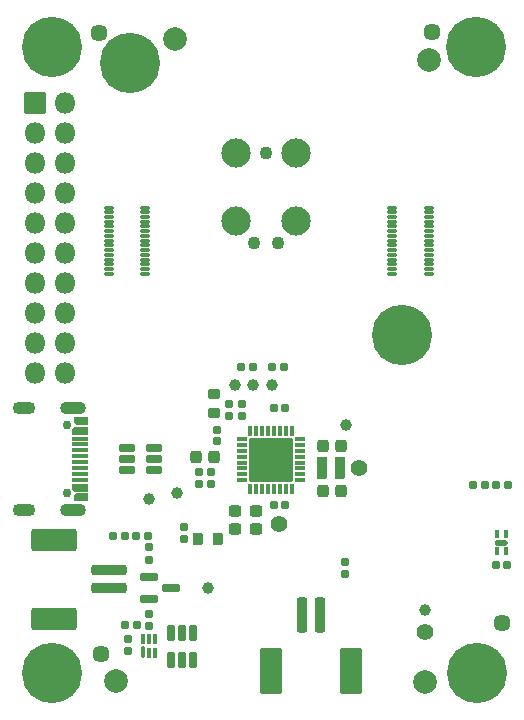
<source format=gbr>
%TF.GenerationSoftware,KiCad,Pcbnew,8.0.9-8.0.9-0~ubuntu24.04.1*%
%TF.CreationDate,2025-04-21T09:58:39+02:00*%
%TF.ProjectId,Sensor_Node_Base_V1.0,53656e73-6f72-45f4-9e6f-64655f426173,rev?*%
%TF.SameCoordinates,Original*%
%TF.FileFunction,Soldermask,Top*%
%TF.FilePolarity,Negative*%
%FSLAX46Y46*%
G04 Gerber Fmt 4.6, Leading zero omitted, Abs format (unit mm)*
G04 Created by KiCad (PCBNEW 8.0.9-8.0.9-0~ubuntu24.04.1) date 2025-04-21 09:58:39*
%MOMM*%
%LPD*%
G01*
G04 APERTURE LIST*
G04 Aperture macros list*
%AMRoundRect*
0 Rectangle with rounded corners*
0 $1 Rounding radius*
0 $2 $3 $4 $5 $6 $7 $8 $9 X,Y pos of 4 corners*
0 Add a 4 corners polygon primitive as box body*
4,1,4,$2,$3,$4,$5,$6,$7,$8,$9,$2,$3,0*
0 Add four circle primitives for the rounded corners*
1,1,$1+$1,$2,$3*
1,1,$1+$1,$4,$5*
1,1,$1+$1,$6,$7*
1,1,$1+$1,$8,$9*
0 Add four rect primitives between the rounded corners*
20,1,$1+$1,$2,$3,$4,$5,0*
20,1,$1+$1,$4,$5,$6,$7,0*
20,1,$1+$1,$6,$7,$8,$9,0*
20,1,$1+$1,$8,$9,$2,$3,0*%
%AMFreePoly0*
4,1,14,0.335355,0.610355,0.350000,0.575000,0.350000,-0.365000,0.335355,-0.400355,0.125355,-0.610355,0.090000,-0.625000,-0.300000,-0.625000,-0.335355,-0.610355,-0.350000,-0.575000,-0.350000,0.575000,-0.335355,0.610355,-0.300000,0.625000,0.300000,0.625000,0.335355,0.610355,0.335355,0.610355,$1*%
%AMFreePoly1*
4,1,14,0.335355,0.655355,0.350000,0.620000,0.350000,-0.620000,0.335355,-0.655355,0.300000,-0.670000,-0.090000,-0.670000,-0.125355,-0.655355,-0.335355,-0.445355,-0.350000,-0.410000,-0.350000,0.620000,-0.335355,0.655355,-0.300000,0.670000,0.300000,0.670000,0.335355,0.655355,0.335355,0.655355,$1*%
%AMFreePoly2*
4,1,14,0.335355,0.655355,0.350000,0.620000,0.350000,-0.410000,0.335355,-0.445355,0.125355,-0.655355,0.090000,-0.670000,-0.300000,-0.670000,-0.335355,-0.655355,-0.350000,-0.620000,-0.350000,0.620000,-0.335355,0.655355,-0.300000,0.670000,0.300000,0.670000,0.335355,0.655355,0.335355,0.655355,$1*%
%AMFreePoly3*
4,1,14,0.335355,0.610355,0.350000,0.575000,0.350000,-0.575000,0.335355,-0.610355,0.300000,-0.625000,-0.090000,-0.625000,-0.125355,-0.610355,-0.335355,-0.400355,-0.350000,-0.365000,-0.350000,0.575000,-0.335355,0.610355,-0.300000,0.625000,0.300000,0.625000,0.335355,0.610355,0.335355,0.610355,$1*%
G04 Aperture macros list end*
%ADD10RoundRect,0.087500X0.362500X0.087500X-0.362500X0.087500X-0.362500X-0.087500X0.362500X-0.087500X0*%
%ADD11RoundRect,0.087500X0.087500X0.362500X-0.087500X0.362500X-0.087500X-0.362500X0.087500X-0.362500X0*%
%ADD12RoundRect,0.050000X1.800000X1.800000X-1.800000X1.800000X-1.800000X-1.800000X1.800000X-1.800000X0*%
%ADD13RoundRect,0.050000X-0.850000X-0.850000X0.850000X-0.850000X0.850000X0.850000X-0.850000X0.850000X0*%
%ADD14O,1.800000X1.800000*%
%ADD15RoundRect,0.225000X-0.225000X-1.275000X0.225000X-1.275000X0.225000X1.275000X-0.225000X1.275000X0*%
%ADD16RoundRect,0.263889X-0.686111X-1.686111X0.686111X-1.686111X0.686111X1.686111X-0.686111X1.686111X0*%
%ADD17RoundRect,0.160000X0.160000X0.210000X-0.160000X0.210000X-0.160000X-0.210000X0.160000X-0.210000X0*%
%ADD18C,1.000000*%
%ADD19RoundRect,0.160000X-0.210000X0.160000X-0.210000X-0.160000X0.210000X-0.160000X0.210000X0.160000X0*%
%ADD20RoundRect,0.250000X0.250000X0.275000X-0.250000X0.275000X-0.250000X-0.275000X0.250000X-0.275000X0*%
%ADD21RoundRect,0.175000X0.537500X0.175000X-0.537500X0.175000X-0.537500X-0.175000X0.537500X-0.175000X0*%
%ADD22RoundRect,0.160000X-0.160000X-0.210000X0.160000X-0.210000X0.160000X0.210000X-0.160000X0.210000X0*%
%ADD23RoundRect,0.165000X0.195000X-0.165000X0.195000X0.165000X-0.195000X0.165000X-0.195000X-0.165000X0*%
%ADD24RoundRect,0.160000X0.210000X-0.160000X0.210000X0.160000X-0.210000X0.160000X-0.210000X-0.160000X0*%
%ADD25RoundRect,0.250000X-0.250000X-0.275000X0.250000X-0.275000X0.250000X0.275000X-0.250000X0.275000X0*%
%ADD26RoundRect,0.165000X-0.165000X-0.195000X0.165000X-0.195000X0.165000X0.195000X-0.165000X0.195000X0*%
%ADD27C,2.000000*%
%ADD28RoundRect,0.225000X-1.275000X0.225000X-1.275000X-0.225000X1.275000X-0.225000X1.275000X0.225000X0*%
%ADD29RoundRect,0.263889X-1.686111X0.686111X-1.686111X-0.686111X1.686111X-0.686111X1.686111X0.686111X0*%
%ADD30RoundRect,0.243750X-0.281250X0.243750X-0.281250X-0.243750X0.281250X-0.243750X0.281250X0.243750X0*%
%ADD31RoundRect,0.165000X0.165000X0.195000X-0.165000X0.195000X-0.165000X-0.195000X0.165000X-0.195000X0*%
%ADD32C,0.900000*%
%ADD33C,5.100000*%
%ADD34C,1.448000*%
%ADD35RoundRect,0.225000X-0.225000X0.725000X-0.225000X-0.725000X0.225000X-0.725000X0.225000X0.725000X0*%
%ADD36C,0.750000*%
%ADD37FreePoly0,270.000000*%
%ADD38FreePoly1,270.000000*%
%ADD39RoundRect,0.050000X-0.620000X0.150000X-0.620000X-0.150000X0.620000X-0.150000X0.620000X0.150000X0*%
%ADD40FreePoly2,270.000000*%
%ADD41FreePoly3,270.000000*%
%ADD42O,2.200000X1.100000*%
%ADD43O,1.900000X1.100000*%
%ADD44C,1.400000*%
%ADD45RoundRect,0.225000X0.225000X0.300000X-0.225000X0.300000X-0.225000X-0.300000X0.225000X-0.300000X0*%
%ADD46RoundRect,0.095000X-0.095000X-0.380000X0.095000X-0.380000X0.095000X0.380000X-0.095000X0.380000X0*%
%ADD47RoundRect,0.095000X-0.095000X-0.330000X0.095000X-0.330000X0.095000X0.330000X-0.095000X0.330000X0*%
%ADD48RoundRect,0.175000X-0.612500X-0.175000X0.612500X-0.175000X0.612500X0.175000X-0.612500X0.175000X0*%
%ADD49RoundRect,0.050000X-0.150000X0.250000X-0.150000X-0.250000X0.150000X-0.250000X0.150000X0.250000X0*%
%ADD50C,0.500000*%
%ADD51RoundRect,0.125000X0.425000X0.125000X-0.425000X0.125000X-0.425000X-0.125000X0.425000X-0.125000X0*%
%ADD52C,2.474900*%
%ADD53C,1.090600*%
%ADD54RoundRect,0.050000X-0.350000X-0.100000X0.350000X-0.100000X0.350000X0.100000X-0.350000X0.100000X0*%
%ADD55RoundRect,0.225000X0.300000X-0.225000X0.300000X0.225000X-0.300000X0.225000X-0.300000X-0.225000X0*%
%ADD56RoundRect,0.175000X-0.175000X0.537500X-0.175000X-0.537500X0.175000X-0.537500X0.175000X0.537500X0*%
G04 APERTURE END LIST*
D10*
%TO.C,IC302*%
X146130000Y-118560000D03*
X146130000Y-118060000D03*
X146130000Y-117560000D03*
X146130000Y-117060000D03*
X146130000Y-116560000D03*
X146130000Y-116060000D03*
X146130000Y-115560000D03*
X146130000Y-115060000D03*
D11*
X145430000Y-114360000D03*
X144930000Y-114360000D03*
X144430000Y-114360000D03*
X143930000Y-114360000D03*
X143430000Y-114360000D03*
X142930000Y-114360000D03*
X142430000Y-114360000D03*
X141930000Y-114360000D03*
D10*
X141230000Y-115060000D03*
X141230000Y-115560000D03*
X141230000Y-116060000D03*
X141230000Y-116560000D03*
X141230000Y-117060000D03*
X141230000Y-117560000D03*
X141230000Y-118060000D03*
X141230000Y-118560000D03*
D11*
X141930000Y-119260000D03*
X142430000Y-119260000D03*
X142930000Y-119260000D03*
X143430000Y-119260000D03*
X143930000Y-119260000D03*
X144430000Y-119260000D03*
X144930000Y-119260000D03*
X145430000Y-119260000D03*
D12*
X143680000Y-116810000D03*
%TD*%
D13*
%TO.C,J201*%
X123700000Y-86610000D03*
D14*
X126240000Y-86610000D03*
X123700000Y-89150000D03*
X126240000Y-89150000D03*
X123700000Y-91690000D03*
X126240000Y-91690000D03*
X123700000Y-94230000D03*
X126240000Y-94230000D03*
X123700000Y-96770000D03*
X126240000Y-96770000D03*
X123700000Y-99310000D03*
X126240000Y-99310000D03*
X123700000Y-101850000D03*
X126240000Y-101850000D03*
X123700000Y-104390000D03*
X126240000Y-104390000D03*
X123700000Y-106930000D03*
X126240000Y-106930000D03*
X123700000Y-109470000D03*
X126240000Y-109470000D03*
%TD*%
D15*
%TO.C,CON102*%
X146330000Y-129980000D03*
X147830000Y-129980000D03*
D16*
X143730000Y-134680000D03*
X150430000Y-134680000D03*
%TD*%
D17*
%TO.C,R207*%
X163720000Y-119000000D03*
X162700000Y-119000000D03*
%TD*%
D18*
%TO.C,TP302*%
X133340000Y-120120000D03*
%TD*%
D19*
%TO.C,R301*%
X133330000Y-124250000D03*
X133330000Y-125270000D03*
%TD*%
D20*
%TO.C,C306*%
X138880000Y-116560000D03*
X137330000Y-116560000D03*
%TD*%
D19*
%TO.C,R302*%
X131590000Y-132020000D03*
X131590000Y-133040000D03*
%TD*%
D17*
%TO.C,R210*%
X133310000Y-123260000D03*
X132290000Y-123260000D03*
%TD*%
D21*
%TO.C,D101*%
X133787500Y-117712500D03*
X133787500Y-116762500D03*
X133787500Y-115812500D03*
X131512500Y-115812500D03*
X131512500Y-116762500D03*
X131512500Y-117712500D03*
%TD*%
D22*
%TO.C,R208*%
X141170000Y-109000000D03*
X142190000Y-109000000D03*
%TD*%
D18*
%TO.C,TP305*%
X140630000Y-110480000D03*
%TD*%
D23*
%TO.C,C303*%
X139130000Y-115240000D03*
X139130000Y-114280000D03*
%TD*%
D24*
%TO.C,R205*%
X149990000Y-126530000D03*
X149990000Y-125510000D03*
%TD*%
%TO.C,R305*%
X141200000Y-113130000D03*
X141200000Y-112110000D03*
%TD*%
%TO.C,R304*%
X140150000Y-113130000D03*
X140150000Y-112110000D03*
%TD*%
D25*
%TO.C,C305*%
X148080000Y-119460000D03*
X149630000Y-119460000D03*
%TD*%
D24*
%TO.C,R202*%
X136285000Y-123550000D03*
X136285000Y-122530000D03*
%TD*%
D26*
%TO.C,C304*%
X143930000Y-112420000D03*
X144890000Y-112420000D03*
%TD*%
D17*
%TO.C,R206*%
X144790000Y-108980000D03*
X143770000Y-108980000D03*
%TD*%
D27*
%TO.C,FID104*%
X130600000Y-135550000D03*
%TD*%
D28*
%TO.C,CON103*%
X129990000Y-126200000D03*
X129990000Y-127700000D03*
D29*
X125290000Y-123600000D03*
X125290000Y-130300000D03*
%TD*%
D30*
%TO.C,D301*%
X142430000Y-121135000D03*
X142430000Y-122710000D03*
%TD*%
D23*
%TO.C,C301*%
X133340000Y-130880000D03*
X133340000Y-129920000D03*
%TD*%
D31*
%TO.C,C309*%
X138570000Y-118860000D03*
X137610000Y-118860000D03*
%TD*%
%TO.C,C302*%
X138570000Y-117860000D03*
X137610000Y-117860000D03*
%TD*%
D26*
%TO.C,C221*%
X162720000Y-125750000D03*
X163680000Y-125750000D03*
%TD*%
D32*
%TO.C,MH103*%
X159155000Y-81855825D03*
X159704175Y-80530000D03*
X159704175Y-83181650D03*
X161030000Y-79980825D03*
D33*
X161030000Y-81855825D03*
D32*
X161030000Y-83730825D03*
X162355825Y-80530000D03*
X162355825Y-83181650D03*
X162905000Y-81855825D03*
%TD*%
D18*
%TO.C,TP204*%
X143770000Y-110480000D03*
%TD*%
D32*
%TO.C,MH101*%
X123245000Y-81865825D03*
X123794175Y-80540000D03*
X123794175Y-83191650D03*
X125120000Y-79990825D03*
D33*
X125120000Y-81865825D03*
D32*
X125120000Y-83740825D03*
X126445825Y-80540000D03*
X126445825Y-83191650D03*
X126995000Y-81865825D03*
%TD*%
D34*
%TO.C,PCB102*%
X163250000Y-130630000D03*
%TD*%
D35*
%TO.C,L301*%
X149505000Y-117560000D03*
X148005000Y-117560000D03*
%TD*%
D18*
%TO.C,TP304*%
X150080000Y-113910000D03*
%TD*%
D30*
%TO.C,D302*%
X140660000Y-121135000D03*
X140660000Y-122710000D03*
%TD*%
D34*
%TO.C,PCB101*%
X129160000Y-80680000D03*
%TD*%
D18*
%TO.C,TP310*%
X135750000Y-119660000D03*
%TD*%
%TO.C,TP301*%
X138385000Y-127700500D03*
%TD*%
D36*
%TO.C,CON101*%
X126430000Y-113890000D03*
X126430000Y-119670000D03*
D37*
X127600000Y-113580000D03*
D38*
X127550000Y-114380000D03*
D39*
X127550000Y-115530000D03*
X127550000Y-116530000D03*
X127550000Y-117030000D03*
X127550000Y-118030000D03*
D40*
X127550000Y-119180000D03*
D41*
X127600000Y-119980000D03*
X127600000Y-119980000D03*
D40*
X127550000Y-119180000D03*
D39*
X127550000Y-118530000D03*
X127550000Y-117530000D03*
X127550000Y-116030000D03*
X127550000Y-115030000D03*
D38*
X127550000Y-114380000D03*
D37*
X127600000Y-113580000D03*
D42*
X126950000Y-112460000D03*
D43*
X122750000Y-112460000D03*
D42*
X126950000Y-121100000D03*
D43*
X122750000Y-121100000D03*
%TD*%
D22*
%TO.C,R204*%
X160750000Y-119000000D03*
X161770000Y-119000000D03*
%TD*%
D18*
%TO.C,TP306*%
X156760000Y-129560000D03*
%TD*%
D17*
%TO.C,R211*%
X131350000Y-123270000D03*
X130330000Y-123270000D03*
%TD*%
D44*
%TO.C,TP309*%
X144390000Y-122230000D03*
%TD*%
D45*
%TO.C,R201*%
X139175000Y-123550000D03*
X137525000Y-123550000D03*
%TD*%
D44*
%TO.C,TP308*%
X151130000Y-117560000D03*
%TD*%
D46*
%TO.C,IC301*%
X132840000Y-133125000D03*
D47*
X133340000Y-133175000D03*
X133840000Y-133175000D03*
X133840000Y-132025000D03*
X133340000Y-132025000D03*
X132840000Y-132025000D03*
%TD*%
D27*
%TO.C,FID103*%
X156710000Y-135660000D03*
%TD*%
D32*
%TO.C,MH102*%
X159245000Y-134855825D03*
X159794175Y-133530000D03*
X159794175Y-136181650D03*
X161120000Y-132980825D03*
D33*
X161120000Y-134855825D03*
D32*
X161120000Y-136730825D03*
X162445825Y-133530000D03*
X162445825Y-136181650D03*
X162995000Y-134855825D03*
%TD*%
D18*
%TO.C,TP205*%
X142190000Y-110480000D03*
%TD*%
D48*
%TO.C,T301*%
X133335000Y-126738000D03*
X133335000Y-128638000D03*
X135210000Y-127688000D03*
%TD*%
D49*
%TO.C,IC202*%
X163600000Y-123150000D03*
X162800000Y-123150000D03*
X162800000Y-124550000D03*
X163600000Y-124550000D03*
D50*
X163500000Y-123850000D03*
D51*
X163200000Y-123850000D03*
D50*
X162900000Y-123850000D03*
%TD*%
D44*
%TO.C,TP303*%
X156710000Y-131380000D03*
%TD*%
D25*
%TO.C,C308*%
X148080000Y-115660000D03*
X149630000Y-115660000D03*
%TD*%
D27*
%TO.C,FID101*%
X135600000Y-81230000D03*
%TD*%
D26*
%TO.C,C307*%
X143930000Y-120660000D03*
X144890000Y-120660000D03*
%TD*%
D52*
%TO.C,M201*%
X140750000Y-90880000D03*
X140750000Y-96595000D03*
D53*
X142275000Y-98500000D03*
X143290000Y-90880000D03*
X144305000Y-98500000D03*
D52*
X145830000Y-90880000D03*
X145830000Y-96595000D03*
D54*
X133030000Y-95470000D03*
D32*
X129915000Y-83270000D03*
D54*
X129950000Y-95470000D03*
D32*
X130464175Y-81944175D03*
X130464175Y-84595825D03*
X131790000Y-81395000D03*
D33*
X131790000Y-83270000D03*
D32*
X131790000Y-85145000D03*
X133115825Y-81944175D03*
X133115825Y-84595825D03*
X133665000Y-83270000D03*
X152915000Y-106270000D03*
X153464175Y-104944175D03*
X153464175Y-107595825D03*
X154790000Y-104395000D03*
D33*
X154790000Y-106270000D03*
D32*
X154790000Y-108145000D03*
X156115825Y-104944175D03*
X156115825Y-107595825D03*
X156665000Y-106270000D03*
D54*
X133030000Y-95870000D03*
X129950000Y-95870000D03*
X133030000Y-96270000D03*
X129950000Y-96270000D03*
X133030000Y-96670000D03*
X129950000Y-96670000D03*
X133030000Y-97070000D03*
X129950000Y-97070000D03*
X133030000Y-97470000D03*
X129950000Y-97470000D03*
X133030000Y-97870000D03*
X129950000Y-97870000D03*
X133030000Y-98270000D03*
X129950000Y-98270000D03*
X133030000Y-98670000D03*
X129950000Y-98670000D03*
X133030000Y-99070000D03*
X129950000Y-99070000D03*
X133030000Y-99470000D03*
X129950000Y-99470000D03*
X133030000Y-99870000D03*
X129950000Y-99870000D03*
X133030000Y-100270000D03*
X129950000Y-100270000D03*
X133030000Y-100670000D03*
X129950000Y-100670000D03*
X133030000Y-101070000D03*
X129950000Y-101070000D03*
X157030000Y-95470000D03*
X153950000Y-95470000D03*
X157030000Y-95870000D03*
X153950000Y-95870000D03*
X157030000Y-96270000D03*
X153950000Y-96270000D03*
X157030000Y-96670000D03*
X153950000Y-96670000D03*
X157030000Y-97070000D03*
X153950000Y-97070000D03*
X157030000Y-97470000D03*
X153950000Y-97470000D03*
X157030000Y-97870000D03*
X153950000Y-97870000D03*
X157030000Y-98270000D03*
X153950000Y-98270000D03*
X157030000Y-98670000D03*
X153950000Y-98670000D03*
X157030000Y-99070000D03*
X153950000Y-99070000D03*
X157030000Y-99470000D03*
X153950000Y-99470000D03*
X157030000Y-99870000D03*
X153950000Y-99870000D03*
X157030000Y-100270000D03*
X153950000Y-100270000D03*
X157030000Y-100670000D03*
X153950000Y-100670000D03*
X157030000Y-101070000D03*
X153950000Y-101070000D03*
%TD*%
D27*
%TO.C,FID102*%
X157080000Y-82940000D03*
%TD*%
D34*
%TO.C,PCB103*%
X157290000Y-80650000D03*
%TD*%
D55*
%TO.C,R306*%
X138850000Y-112895000D03*
X138850000Y-111245000D03*
%TD*%
D56*
%TO.C,T302*%
X137090000Y-131475000D03*
X136140000Y-131475000D03*
X135190000Y-131475000D03*
X135190000Y-133750000D03*
X136140000Y-133750000D03*
X137090000Y-133750000D03*
%TD*%
D34*
%TO.C,PCB104*%
X129260000Y-133270000D03*
%TD*%
D32*
%TO.C,MH104*%
X123245000Y-134855825D03*
X123794175Y-133530000D03*
X123794175Y-136181650D03*
X125120000Y-132980825D03*
D33*
X125120000Y-134855825D03*
D32*
X125120000Y-136730825D03*
X126445825Y-133530000D03*
X126445825Y-136181650D03*
X126995000Y-134855825D03*
%TD*%
D22*
%TO.C,R303*%
X131330000Y-130850000D03*
X132350000Y-130850000D03*
%TD*%
M02*

</source>
